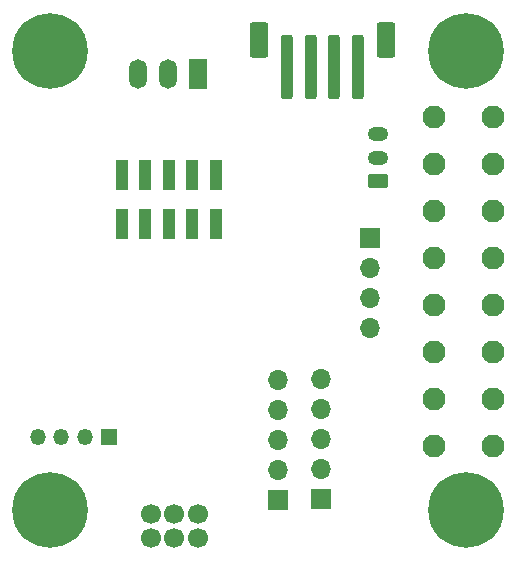
<source format=gbs>
G04 #@! TF.GenerationSoftware,KiCad,Pcbnew,(6.0.10)*
G04 #@! TF.CreationDate,2023-07-07T16:54:03+02:00*
G04 #@! TF.ProjectId,SprinklerBoardESP32V3,53707269-6e6b-46c6-9572-426f61726445,rev?*
G04 #@! TF.SameCoordinates,Original*
G04 #@! TF.FileFunction,Soldermask,Bot*
G04 #@! TF.FilePolarity,Negative*
%FSLAX46Y46*%
G04 Gerber Fmt 4.6, Leading zero omitted, Abs format (unit mm)*
G04 Created by KiCad (PCBNEW (6.0.10)) date 2023-07-07 16:54:03*
%MOMM*%
%LPD*%
G01*
G04 APERTURE LIST*
G04 Aperture macros list*
%AMRoundRect*
0 Rectangle with rounded corners*
0 $1 Rounding radius*
0 $2 $3 $4 $5 $6 $7 $8 $9 X,Y pos of 4 corners*
0 Add a 4 corners polygon primitive as box body*
4,1,4,$2,$3,$4,$5,$6,$7,$8,$9,$2,$3,0*
0 Add four circle primitives for the rounded corners*
1,1,$1+$1,$2,$3*
1,1,$1+$1,$4,$5*
1,1,$1+$1,$6,$7*
1,1,$1+$1,$8,$9*
0 Add four rect primitives between the rounded corners*
20,1,$1+$1,$2,$3,$4,$5,0*
20,1,$1+$1,$4,$5,$6,$7,0*
20,1,$1+$1,$6,$7,$8,$9,0*
20,1,$1+$1,$8,$9,$2,$3,0*%
G04 Aperture macros list end*
%ADD10C,0.800000*%
%ADD11C,6.400000*%
%ADD12O,1.700000X1.700000*%
%ADD13R,1.700000X1.700000*%
%ADD14RoundRect,0.250000X0.250000X2.500000X-0.250000X2.500000X-0.250000X-2.500000X0.250000X-2.500000X0*%
%ADD15RoundRect,0.250000X0.550000X1.250000X-0.550000X1.250000X-0.550000X-1.250000X0.550000X-1.250000X0*%
%ADD16C,1.950000*%
%ADD17C,1.700000*%
%ADD18RoundRect,0.250000X0.625000X-0.350000X0.625000X0.350000X-0.625000X0.350000X-0.625000X-0.350000X0*%
%ADD19O,1.750000X1.200000*%
%ADD20R,1.000000X2.580000*%
%ADD21R,1.500000X2.500000*%
%ADD22O,1.500000X2.500000*%
%ADD23R,1.350000X1.350000*%
%ADD24O,1.350000X1.350000*%
G04 APERTURE END LIST*
D10*
X112645942Y-125850016D03*
X110245942Y-128250016D03*
X111942998Y-124152960D03*
D11*
X110245942Y-125850016D03*
D10*
X111942998Y-127547072D03*
X108548886Y-124152960D03*
X110245942Y-123450016D03*
X107845942Y-125850016D03*
X108548886Y-127547072D03*
D12*
X97950000Y-114810000D03*
X97950000Y-117350000D03*
X97950000Y-119890000D03*
X97950000Y-122430000D03*
D13*
X97950000Y-124970000D03*
D10*
X75000000Y-84600000D03*
X75000000Y-89400000D03*
D11*
X75000000Y-87000000D03*
D10*
X76697056Y-85302944D03*
X76697056Y-88697056D03*
X77400000Y-87000000D03*
X72600000Y-87000000D03*
X73302944Y-85302944D03*
X73302944Y-88697056D03*
D13*
X102074900Y-102850000D03*
D12*
X102074900Y-105390000D03*
X102074900Y-107930000D03*
X102074900Y-110470000D03*
D13*
X94325000Y-125000000D03*
D12*
X94325000Y-122460000D03*
X94325000Y-119920000D03*
X94325000Y-117380000D03*
X94325000Y-114840000D03*
D10*
X108552944Y-88697056D03*
X111947056Y-85302944D03*
X111947056Y-88697056D03*
X110250000Y-84600000D03*
X108552944Y-85302944D03*
X107850000Y-87000000D03*
X112650000Y-87000000D03*
X110250000Y-89400000D03*
D11*
X110250000Y-87000000D03*
D10*
X72595942Y-125849501D03*
D11*
X74995942Y-125849501D03*
D10*
X74995942Y-128249501D03*
X77395942Y-125849501D03*
X76692998Y-124152445D03*
X76692998Y-127546557D03*
X73298886Y-127546557D03*
X73298886Y-124152445D03*
X74995942Y-123449501D03*
D14*
X101050000Y-88350000D03*
X99050000Y-88350000D03*
X97050000Y-88350000D03*
X95050000Y-88350000D03*
D15*
X92650000Y-86100000D03*
X103450000Y-86100000D03*
D16*
X107457000Y-116466326D03*
X112457000Y-116466326D03*
X107457000Y-92564288D03*
X112457000Y-92564288D03*
X107457000Y-108498980D03*
X112457000Y-108498980D03*
D17*
X83500000Y-128200000D03*
X83500000Y-126200000D03*
X85500000Y-128200000D03*
X85500000Y-126200000D03*
X87500000Y-128200000D03*
X87500000Y-126200000D03*
D16*
X107457000Y-104515307D03*
X112457000Y-104515307D03*
X107457000Y-112482653D03*
X112457000Y-112482653D03*
D18*
X102800000Y-98050000D03*
D19*
X102800000Y-96050000D03*
X102800000Y-94050000D03*
D16*
X107457000Y-120449999D03*
X112457000Y-120449999D03*
X107457000Y-96547961D03*
X112457000Y-96547961D03*
D20*
X81050000Y-97515000D03*
X81050000Y-101685000D03*
X83050000Y-97515000D03*
X83050000Y-101685000D03*
X85050000Y-97515000D03*
X85050000Y-101685000D03*
X87050000Y-97515000D03*
X87050000Y-101685000D03*
X89050000Y-97515000D03*
X89050000Y-101685000D03*
D16*
X107457000Y-100531634D03*
X112457000Y-100531634D03*
D21*
X87552200Y-88935600D03*
D22*
X85012200Y-88935600D03*
X82472200Y-88935600D03*
D23*
X79950000Y-119650000D03*
D24*
X77950000Y-119650000D03*
X75950000Y-119650000D03*
X73950000Y-119650000D03*
M02*

</source>
